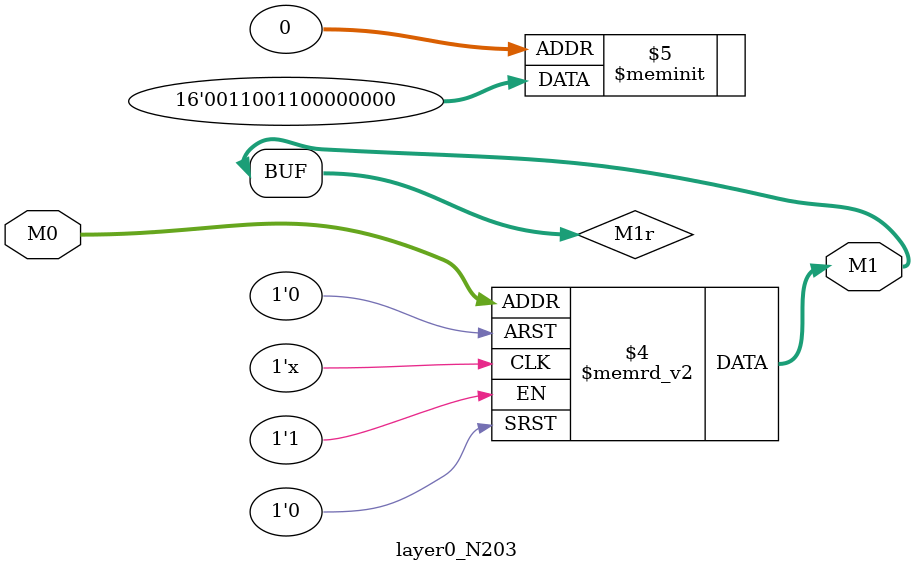
<source format=v>
module layer0_N203 ( input [2:0] M0, output [1:0] M1 );

	(*rom_style = "distributed" *) reg [1:0] M1r;
	assign M1 = M1r;
	always @ (M0) begin
		case (M0)
			3'b000: M1r = 2'b00;
			3'b100: M1r = 2'b11;
			3'b010: M1r = 2'b00;
			3'b110: M1r = 2'b11;
			3'b001: M1r = 2'b00;
			3'b101: M1r = 2'b00;
			3'b011: M1r = 2'b00;
			3'b111: M1r = 2'b00;

		endcase
	end
endmodule

</source>
